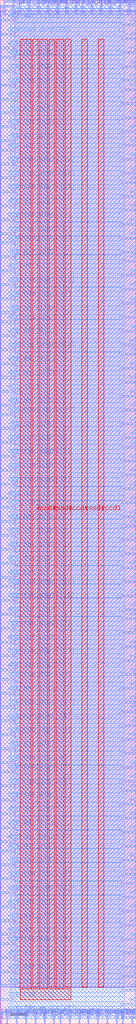
<source format=lef>
VERSION 5.7 ;
  NOWIREEXTENSIONATPIN ON ;
  DIVIDERCHAR "/" ;
  BUSBITCHARS "[]" ;
MACRO wrapped_wb_openram_shim
  CLASS BLOCK ;
  FOREIGN wrapped_wb_openram_shim ;
  ORIGIN 0.000 0.000 ;
  SIZE 40.000 BY 300.000 ;
  PIN active
    DIRECTION INPUT ;
    USE SIGNAL ;
    PORT
      LAYER met3 ;
        RECT 36.000 28.600 40.000 29.200 ;
    END
  END active
  PIN openram_addr0[0]
    DIRECTION OUTPUT TRISTATE ;
    USE SIGNAL ;
    PORT
      LAYER met3 ;
        RECT 36.000 296.520 40.000 297.120 ;
    END
  END openram_addr0[0]
  PIN openram_addr0[1]
    DIRECTION OUTPUT TRISTATE ;
    USE SIGNAL ;
    PORT
      LAYER met3 ;
        RECT 0.000 161.880 4.000 162.480 ;
    END
  END openram_addr0[1]
  PIN openram_addr0[2]
    DIRECTION OUTPUT TRISTATE ;
    USE SIGNAL ;
    PORT
      LAYER met3 ;
        RECT 0.000 38.120 4.000 38.720 ;
    END
  END openram_addr0[2]
  PIN openram_addr0[3]
    DIRECTION OUTPUT TRISTATE ;
    USE SIGNAL ;
    PORT
      LAYER met2 ;
        RECT 10.210 0.000 10.490 4.000 ;
    END
  END openram_addr0[3]
  PIN openram_addr0[4]
    DIRECTION OUTPUT TRISTATE ;
    USE SIGNAL ;
    PORT
      LAYER met3 ;
        RECT 36.000 93.880 40.000 94.480 ;
    END
  END openram_addr0[4]
  PIN openram_addr0[5]
    DIRECTION OUTPUT TRISTATE ;
    USE SIGNAL ;
    PORT
      LAYER met3 ;
        RECT 0.000 165.960 4.000 166.560 ;
    END
  END openram_addr0[5]
  PIN openram_addr0[6]
    DIRECTION OUTPUT TRISTATE ;
    USE SIGNAL ;
    PORT
      LAYER met2 ;
        RECT 34.130 0.000 34.410 4.000 ;
    END
  END openram_addr0[6]
  PIN openram_addr0[7]
    DIRECTION OUTPUT TRISTATE ;
    USE SIGNAL ;
    PORT
      LAYER met3 ;
        RECT 36.000 141.480 40.000 142.080 ;
    END
  END openram_addr0[7]
  PIN openram_clk0
    DIRECTION OUTPUT TRISTATE ;
    USE SIGNAL ;
    PORT
      LAYER met3 ;
        RECT 0.000 6.840 4.000 7.440 ;
    END
  END openram_clk0
  PIN openram_csb0
    DIRECTION OUTPUT TRISTATE ;
    USE SIGNAL ;
    PORT
      LAYER met3 ;
        RECT 36.000 164.600 40.000 165.200 ;
    END
  END openram_csb0
  PIN openram_din0[0]
    DIRECTION INPUT ;
    USE SIGNAL ;
    PORT
      LAYER met3 ;
        RECT 36.000 102.040 40.000 102.640 ;
    END
  END openram_din0[0]
  PIN openram_din0[10]
    DIRECTION INPUT ;
    USE SIGNAL ;
    PORT
      LAYER met3 ;
        RECT 0.000 235.320 4.000 235.920 ;
    END
  END openram_din0[10]
  PIN openram_din0[11]
    DIRECTION INPUT ;
    USE SIGNAL ;
    PORT
      LAYER met3 ;
        RECT 0.000 65.320 4.000 65.920 ;
    END
  END openram_din0[11]
  PIN openram_din0[12]
    DIRECTION INPUT ;
    USE SIGNAL ;
    PORT
      LAYER met3 ;
        RECT 0.000 84.360 4.000 84.960 ;
    END
  END openram_din0[12]
  PIN openram_din0[13]
    DIRECTION INPUT ;
    USE SIGNAL ;
    PORT
      LAYER met3 ;
        RECT 0.000 278.840 4.000 279.440 ;
    END
  END openram_din0[13]
  PIN openram_din0[14]
    DIRECTION INPUT ;
    USE SIGNAL ;
    PORT
      LAYER met2 ;
        RECT 28.610 0.000 28.890 4.000 ;
    END
  END openram_din0[14]
  PIN openram_din0[15]
    DIRECTION INPUT ;
    USE SIGNAL ;
    PORT
      LAYER met3 ;
        RECT 0.000 228.520 4.000 229.120 ;
    END
  END openram_din0[15]
  PIN openram_din0[16]
    DIRECTION INPUT ;
    USE SIGNAL ;
    PORT
      LAYER met3 ;
        RECT 0.000 88.440 4.000 89.040 ;
    END
  END openram_din0[16]
  PIN openram_din0[17]
    DIRECTION INPUT ;
    USE SIGNAL ;
    PORT
      LAYER met3 ;
        RECT 0.000 73.480 4.000 74.080 ;
    END
  END openram_din0[17]
  PIN openram_din0[18]
    DIRECTION INPUT ;
    USE SIGNAL ;
    PORT
      LAYER met3 ;
        RECT 36.000 59.880 40.000 60.480 ;
    END
  END openram_din0[18]
  PIN openram_din0[19]
    DIRECTION INPUT ;
    USE SIGNAL ;
    PORT
      LAYER met2 ;
        RECT 26.770 296.000 27.050 300.000 ;
    END
  END openram_din0[19]
  PIN openram_din0[1]
    DIRECTION INPUT ;
    USE SIGNAL ;
    PORT
      LAYER met3 ;
        RECT 0.000 274.760 4.000 275.360 ;
    END
  END openram_din0[1]
  PIN openram_din0[20]
    DIRECTION INPUT ;
    USE SIGNAL ;
    PORT
      LAYER met3 ;
        RECT 0.000 100.680 4.000 101.280 ;
    END
  END openram_din0[20]
  PIN openram_din0[21]
    DIRECTION INPUT ;
    USE SIGNAL ;
    PORT
      LAYER met3 ;
        RECT 36.000 168.680 40.000 169.280 ;
    END
  END openram_din0[21]
  PIN openram_din0[22]
    DIRECTION INPUT ;
    USE SIGNAL ;
    PORT
      LAYER met3 ;
        RECT 0.000 212.200 4.000 212.800 ;
    END
  END openram_din0[22]
  PIN openram_din0[23]
    DIRECTION INPUT ;
    USE SIGNAL ;
    PORT
      LAYER met3 ;
        RECT 36.000 225.800 40.000 226.400 ;
    END
  END openram_din0[23]
  PIN openram_din0[24]
    DIRECTION INPUT ;
    USE SIGNAL ;
    PORT
      LAYER met3 ;
        RECT 0.000 157.800 4.000 158.400 ;
    END
  END openram_din0[24]
  PIN openram_din0[25]
    DIRECTION INPUT ;
    USE SIGNAL ;
    PORT
      LAYER met2 ;
        RECT 24.010 296.000 24.290 300.000 ;
    END
  END openram_din0[25]
  PIN openram_din0[26]
    DIRECTION INPUT ;
    USE SIGNAL ;
    PORT
      LAYER met3 ;
        RECT 0.000 289.720 4.000 290.320 ;
    END
  END openram_din0[26]
  PIN openram_din0[27]
    DIRECTION INPUT ;
    USE SIGNAL ;
    PORT
      LAYER met3 ;
        RECT 0.000 115.640 4.000 116.240 ;
    END
  END openram_din0[27]
  PIN openram_din0[28]
    DIRECTION INPUT ;
    USE SIGNAL ;
    PORT
      LAYER met3 ;
        RECT 36.000 273.400 40.000 274.000 ;
    END
  END openram_din0[28]
  PIN openram_din0[29]
    DIRECTION INPUT ;
    USE SIGNAL ;
    PORT
      LAYER met3 ;
        RECT 36.000 253.000 40.000 253.600 ;
    END
  END openram_din0[29]
  PIN openram_din0[2]
    DIRECTION INPUT ;
    USE SIGNAL ;
    PORT
      LAYER met3 ;
        RECT 36.000 114.280 40.000 114.880 ;
    END
  END openram_din0[2]
  PIN openram_din0[30]
    DIRECTION INPUT ;
    USE SIGNAL ;
    PORT
      LAYER met3 ;
        RECT 0.000 42.200 4.000 42.800 ;
    END
  END openram_din0[30]
  PIN openram_din0[31]
    DIRECTION INPUT ;
    USE SIGNAL ;
    PORT
      LAYER met3 ;
        RECT 0.000 231.240 4.000 231.840 ;
    END
  END openram_din0[31]
  PIN openram_din0[3]
    DIRECTION INPUT ;
    USE SIGNAL ;
    PORT
      LAYER met3 ;
        RECT 36.000 257.080 40.000 257.680 ;
    END
  END openram_din0[3]
  PIN openram_din0[4]
    DIRECTION INPUT ;
    USE SIGNAL ;
    PORT
      LAYER met3 ;
        RECT 0.000 76.200 4.000 76.800 ;
    END
  END openram_din0[4]
  PIN openram_din0[5]
    DIRECTION INPUT ;
    USE SIGNAL ;
    PORT
      LAYER met3 ;
        RECT 36.000 145.560 40.000 146.160 ;
    END
  END openram_din0[5]
  PIN openram_din0[6]
    DIRECTION INPUT ;
    USE SIGNAL ;
    PORT
      LAYER met3 ;
        RECT 36.000 248.920 40.000 249.520 ;
    END
  END openram_din0[6]
  PIN openram_din0[7]
    DIRECTION INPUT ;
    USE SIGNAL ;
    PORT
      LAYER met3 ;
        RECT 36.000 175.480 40.000 176.080 ;
    END
  END openram_din0[7]
  PIN openram_din0[8]
    DIRECTION INPUT ;
    USE SIGNAL ;
    PORT
      LAYER met2 ;
        RECT 11.130 296.000 11.410 300.000 ;
    END
  END openram_din0[8]
  PIN openram_din0[9]
    DIRECTION INPUT ;
    USE SIGNAL ;
    PORT
      LAYER met2 ;
        RECT 8.370 296.000 8.650 300.000 ;
    END
  END openram_din0[9]
  PIN openram_dout0[0]
    DIRECTION OUTPUT TRISTATE ;
    USE SIGNAL ;
    PORT
      LAYER met3 ;
        RECT 36.000 280.200 40.000 280.800 ;
    END
  END openram_dout0[0]
  PIN openram_dout0[10]
    DIRECTION OUTPUT TRISTATE ;
    USE SIGNAL ;
    PORT
      LAYER met3 ;
        RECT 0.000 123.800 4.000 124.400 ;
    END
  END openram_dout0[10]
  PIN openram_dout0[11]
    DIRECTION OUTPUT TRISTATE ;
    USE SIGNAL ;
    PORT
      LAYER met3 ;
        RECT 0.000 216.280 4.000 216.880 ;
    END
  END openram_dout0[11]
  PIN openram_dout0[12]
    DIRECTION OUTPUT TRISTATE ;
    USE SIGNAL ;
    PORT
      LAYER met3 ;
        RECT 36.000 13.640 40.000 14.240 ;
    END
  END openram_dout0[12]
  PIN openram_dout0[13]
    DIRECTION OUTPUT TRISTATE ;
    USE SIGNAL ;
    PORT
      LAYER met3 ;
        RECT 36.000 292.440 40.000 293.040 ;
    END
  END openram_dout0[13]
  PIN openram_dout0[14]
    DIRECTION OUTPUT TRISTATE ;
    USE SIGNAL ;
    PORT
      LAYER met3 ;
        RECT 0.000 107.480 4.000 108.080 ;
    END
  END openram_dout0[14]
  PIN openram_dout0[15]
    DIRECTION OUTPUT TRISTATE ;
    USE SIGNAL ;
    PORT
      LAYER met3 ;
        RECT 0.000 2.760 4.000 3.360 ;
    END
  END openram_dout0[15]
  PIN openram_dout0[16]
    DIRECTION OUTPUT TRISTATE ;
    USE SIGNAL ;
    PORT
      LAYER met2 ;
        RECT 20.330 0.000 20.610 4.000 ;
    END
  END openram_dout0[16]
  PIN openram_dout0[17]
    DIRECTION OUTPUT TRISTATE ;
    USE SIGNAL ;
    PORT
      LAYER met3 ;
        RECT 36.000 219.000 40.000 219.600 ;
    END
  END openram_dout0[17]
  PIN openram_dout0[18]
    DIRECTION OUTPUT TRISTATE ;
    USE SIGNAL ;
    PORT
      LAYER met3 ;
        RECT 36.000 148.280 40.000 148.880 ;
    END
  END openram_dout0[18]
  PIN openram_dout0[19]
    DIRECTION OUTPUT TRISTATE ;
    USE SIGNAL ;
    PORT
      LAYER met3 ;
        RECT 0.000 251.640 4.000 252.240 ;
    END
  END openram_dout0[19]
  PIN openram_dout0[1]
    DIRECTION OUTPUT TRISTATE ;
    USE SIGNAL ;
    PORT
      LAYER met2 ;
        RECT 38.730 0.000 39.010 4.000 ;
    END
  END openram_dout0[1]
  PIN openram_dout0[20]
    DIRECTION OUTPUT TRISTATE ;
    USE SIGNAL ;
    PORT
      LAYER met3 ;
        RECT 36.000 55.800 40.000 56.400 ;
    END
  END openram_dout0[20]
  PIN openram_dout0[21]
    DIRECTION OUTPUT TRISTATE ;
    USE SIGNAL ;
    PORT
      LAYER met3 ;
        RECT 0.000 178.200 4.000 178.800 ;
    END
  END openram_dout0[21]
  PIN openram_dout0[22]
    DIRECTION OUTPUT TRISTATE ;
    USE SIGNAL ;
    PORT
      LAYER met3 ;
        RECT 36.000 276.120 40.000 276.720 ;
    END
  END openram_dout0[22]
  PIN openram_dout0[23]
    DIRECTION OUTPUT TRISTATE ;
    USE SIGNAL ;
    PORT
      LAYER met3 ;
        RECT 36.000 202.680 40.000 203.280 ;
    END
  END openram_dout0[23]
  PIN openram_dout0[24]
    DIRECTION OUTPUT TRISTATE ;
    USE SIGNAL ;
    PORT
      LAYER met3 ;
        RECT 0.000 243.480 4.000 244.080 ;
    END
  END openram_dout0[24]
  PIN openram_dout0[25]
    DIRECTION OUTPUT TRISTATE ;
    USE SIGNAL ;
    PORT
      LAYER met3 ;
        RECT 36.000 74.840 40.000 75.440 ;
    END
  END openram_dout0[25]
  PIN openram_dout0[26]
    DIRECTION OUTPUT TRISTATE ;
    USE SIGNAL ;
    PORT
      LAYER met2 ;
        RECT 13.890 296.000 14.170 300.000 ;
    END
  END openram_dout0[26]
  PIN openram_dout0[27]
    DIRECTION OUTPUT TRISTATE ;
    USE SIGNAL ;
    PORT
      LAYER met3 ;
        RECT 0.000 92.520 4.000 93.120 ;
    END
  END openram_dout0[27]
  PIN openram_dout0[28]
    DIRECTION OUTPUT TRISTATE ;
    USE SIGNAL ;
    PORT
      LAYER met2 ;
        RECT 32.290 296.000 32.570 300.000 ;
    END
  END openram_dout0[28]
  PIN openram_dout0[29]
    DIRECTION OUTPUT TRISTATE ;
    USE SIGNAL ;
    PORT
      LAYER met3 ;
        RECT 36.000 125.160 40.000 125.760 ;
    END
  END openram_dout0[29]
  PIN openram_dout0[2]
    DIRECTION OUTPUT TRISTATE ;
    USE SIGNAL ;
    PORT
      LAYER met2 ;
        RECT 29.530 296.000 29.810 300.000 ;
    END
  END openram_dout0[2]
  PIN openram_dout0[30]
    DIRECTION OUTPUT TRISTATE ;
    USE SIGNAL ;
    PORT
      LAYER met3 ;
        RECT 36.000 156.440 40.000 157.040 ;
    END
  END openram_dout0[30]
  PIN openram_dout0[31]
    DIRECTION OUTPUT TRISTATE ;
    USE SIGNAL ;
    PORT
      LAYER met3 ;
        RECT 36.000 24.520 40.000 25.120 ;
    END
  END openram_dout0[31]
  PIN openram_dout0[3]
    DIRECTION OUTPUT TRISTATE ;
    USE SIGNAL ;
    PORT
      LAYER met3 ;
        RECT 36.000 195.880 40.000 196.480 ;
    END
  END openram_dout0[3]
  PIN openram_dout0[4]
    DIRECTION OUTPUT TRISTATE ;
    USE SIGNAL ;
    PORT
      LAYER met2 ;
        RECT 19.410 296.000 19.690 300.000 ;
    END
  END openram_dout0[4]
  PIN openram_dout0[5]
    DIRECTION OUTPUT TRISTATE ;
    USE SIGNAL ;
    PORT
      LAYER met3 ;
        RECT 36.000 78.920 40.000 79.520 ;
    END
  END openram_dout0[5]
  PIN openram_dout0[6]
    DIRECTION OUTPUT TRISTATE ;
    USE SIGNAL ;
    PORT
      LAYER met2 ;
        RECT 35.970 0.000 36.250 4.000 ;
    END
  END openram_dout0[6]
  PIN openram_dout0[7]
    DIRECTION OUTPUT TRISTATE ;
    USE SIGNAL ;
    PORT
      LAYER met3 ;
        RECT 0.000 23.160 4.000 23.760 ;
    END
  END openram_dout0[7]
  PIN openram_dout0[8]
    DIRECTION OUTPUT TRISTATE ;
    USE SIGNAL ;
    PORT
      LAYER met3 ;
        RECT 0.000 170.040 4.000 170.640 ;
    END
  END openram_dout0[8]
  PIN openram_dout0[9]
    DIRECTION OUTPUT TRISTATE ;
    USE SIGNAL ;
    PORT
      LAYER met3 ;
        RECT 0.000 69.400 4.000 70.000 ;
    END
  END openram_dout0[9]
  PIN openram_web0
    DIRECTION OUTPUT TRISTATE ;
    USE SIGNAL ;
    PORT
      LAYER met3 ;
        RECT 36.000 210.840 40.000 211.440 ;
    END
  END openram_web0
  PIN openram_wmask0[0]
    DIRECTION OUTPUT TRISTATE ;
    USE SIGNAL ;
    PORT
      LAYER met3 ;
        RECT 0.000 247.560 4.000 248.160 ;
    END
  END openram_wmask0[0]
  PIN openram_wmask0[1]
    DIRECTION OUTPUT TRISTATE ;
    USE SIGNAL ;
    PORT
      LAYER met3 ;
        RECT 0.000 127.880 4.000 128.480 ;
    END
  END openram_wmask0[1]
  PIN openram_wmask0[2]
    DIRECTION OUTPUT TRISTATE ;
    USE SIGNAL ;
    PORT
      LAYER met3 ;
        RECT 0.000 197.240 4.000 197.840 ;
    END
  END openram_wmask0[2]
  PIN openram_wmask0[3]
    DIRECTION OUTPUT TRISTATE ;
    USE SIGNAL ;
    PORT
      LAYER met3 ;
        RECT 36.000 265.240 40.000 265.840 ;
    END
  END openram_wmask0[3]
  PIN vccd1
    DIRECTION INPUT ;
    USE POWER ;
    PORT
      LAYER met4 ;
        RECT 9.545 10.640 11.145 288.560 ;
    END
    PORT
      LAYER met4 ;
        RECT 19.195 10.640 20.795 288.560 ;
    END
    PORT
      LAYER met4 ;
        RECT 28.850 10.640 30.450 288.560 ;
    END
  END vccd1
  PIN vssd1
    DIRECTION INPUT ;
    USE GROUND ;
    PORT
      LAYER met4 ;
        RECT 14.370 10.640 15.970 288.560 ;
    END
    PORT
      LAYER met4 ;
        RECT 24.025 10.640 25.625 288.560 ;
    END
  END vssd1
  PIN wb_clk_i
    DIRECTION INPUT ;
    USE SIGNAL ;
    PORT
      LAYER met3 ;
        RECT 0.000 185.000 4.000 185.600 ;
    END
  END wb_clk_i
  PIN wb_rst_i
    DIRECTION INPUT ;
    USE SIGNAL ;
    PORT
      LAYER met3 ;
        RECT 0.000 220.360 4.000 220.960 ;
    END
  END wb_rst_i
  PIN wbs_ack_o
    DIRECTION OUTPUT TRISTATE ;
    USE SIGNAL ;
    PORT
      LAYER met3 ;
        RECT 36.000 83.000 40.000 83.600 ;
    END
  END wbs_ack_o
  PIN wbs_adr_i[0]
    DIRECTION INPUT ;
    USE SIGNAL ;
    PORT
      LAYER met3 ;
        RECT 0.000 270.680 4.000 271.280 ;
    END
  END wbs_adr_i[0]
  PIN wbs_adr_i[10]
    DIRECTION INPUT ;
    USE SIGNAL ;
    PORT
      LAYER met2 ;
        RECT 37.810 296.000 38.090 300.000 ;
    END
  END wbs_adr_i[10]
  PIN wbs_adr_i[11]
    DIRECTION INPUT ;
    USE SIGNAL ;
    PORT
      LAYER met3 ;
        RECT 0.000 96.600 4.000 97.200 ;
    END
  END wbs_adr_i[11]
  PIN wbs_adr_i[12]
    DIRECTION INPUT ;
    USE SIGNAL ;
    PORT
      LAYER met2 ;
        RECT 4.690 0.000 4.970 4.000 ;
    END
  END wbs_adr_i[12]
  PIN wbs_adr_i[13]
    DIRECTION INPUT ;
    USE SIGNAL ;
    PORT
      LAYER met3 ;
        RECT 36.000 1.400 40.000 2.000 ;
    END
  END wbs_adr_i[13]
  PIN wbs_adr_i[14]
    DIRECTION INPUT ;
    USE SIGNAL ;
    PORT
      LAYER met3 ;
        RECT 0.000 208.120 4.000 208.720 ;
    END
  END wbs_adr_i[14]
  PIN wbs_adr_i[15]
    DIRECTION INPUT ;
    USE SIGNAL ;
    PORT
      LAYER met3 ;
        RECT 36.000 129.240 40.000 129.840 ;
    END
  END wbs_adr_i[15]
  PIN wbs_adr_i[16]
    DIRECTION INPUT ;
    USE SIGNAL ;
    PORT
      LAYER met3 ;
        RECT 36.000 9.560 40.000 10.160 ;
    END
  END wbs_adr_i[16]
  PIN wbs_adr_i[17]
    DIRECTION INPUT ;
    USE SIGNAL ;
    PORT
      LAYER met3 ;
        RECT 0.000 25.880 4.000 26.480 ;
    END
  END wbs_adr_i[17]
  PIN wbs_adr_i[18]
    DIRECTION INPUT ;
    USE SIGNAL ;
    PORT
      LAYER met3 ;
        RECT 36.000 91.160 40.000 91.760 ;
    END
  END wbs_adr_i[18]
  PIN wbs_adr_i[19]
    DIRECTION INPUT ;
    USE SIGNAL ;
    PORT
      LAYER met3 ;
        RECT 36.000 51.720 40.000 52.320 ;
    END
  END wbs_adr_i[19]
  PIN wbs_adr_i[1]
    DIRECTION INPUT ;
    USE SIGNAL ;
    PORT
      LAYER met3 ;
        RECT 36.000 214.920 40.000 215.520 ;
    END
  END wbs_adr_i[1]
  PIN wbs_adr_i[20]
    DIRECTION INPUT ;
    USE SIGNAL ;
    PORT
      LAYER met3 ;
        RECT 36.000 183.640 40.000 184.240 ;
    END
  END wbs_adr_i[20]
  PIN wbs_adr_i[21]
    DIRECTION INPUT ;
    USE SIGNAL ;
    PORT
      LAYER met2 ;
        RECT 22.170 296.000 22.450 300.000 ;
    END
  END wbs_adr_i[21]
  PIN wbs_adr_i[22]
    DIRECTION INPUT ;
    USE SIGNAL ;
    PORT
      LAYER met3 ;
        RECT 0.000 293.800 4.000 294.400 ;
    END
  END wbs_adr_i[22]
  PIN wbs_adr_i[23]
    DIRECTION INPUT ;
    USE SIGNAL ;
    PORT
      LAYER met3 ;
        RECT 36.000 87.080 40.000 87.680 ;
    END
  END wbs_adr_i[23]
  PIN wbs_adr_i[24]
    DIRECTION INPUT ;
    USE SIGNAL ;
    PORT
      LAYER met3 ;
        RECT 36.000 288.360 40.000 288.960 ;
    END
  END wbs_adr_i[24]
  PIN wbs_adr_i[25]
    DIRECTION INPUT ;
    USE SIGNAL ;
    PORT
      LAYER met3 ;
        RECT 0.000 10.920 4.000 11.520 ;
    END
  END wbs_adr_i[25]
  PIN wbs_adr_i[26]
    DIRECTION INPUT ;
    USE SIGNAL ;
    PORT
      LAYER met3 ;
        RECT 0.000 57.160 4.000 57.760 ;
    END
  END wbs_adr_i[26]
  PIN wbs_adr_i[27]
    DIRECTION INPUT ;
    USE SIGNAL ;
    PORT
      LAYER met3 ;
        RECT 0.000 239.400 4.000 240.000 ;
    END
  END wbs_adr_i[27]
  PIN wbs_adr_i[28]
    DIRECTION INPUT ;
    USE SIGNAL ;
    PORT
      LAYER met3 ;
        RECT 0.000 180.920 4.000 181.520 ;
    END
  END wbs_adr_i[28]
  PIN wbs_adr_i[29]
    DIRECTION INPUT ;
    USE SIGNAL ;
    PORT
      LAYER met3 ;
        RECT 0.000 142.840 4.000 143.440 ;
    END
  END wbs_adr_i[29]
  PIN wbs_adr_i[2]
    DIRECTION INPUT ;
    USE SIGNAL ;
    PORT
      LAYER met3 ;
        RECT 0.000 193.160 4.000 193.760 ;
    END
  END wbs_adr_i[2]
  PIN wbs_adr_i[30]
    DIRECTION INPUT ;
    USE SIGNAL ;
    PORT
      LAYER met3 ;
        RECT 36.000 223.080 40.000 223.680 ;
    END
  END wbs_adr_i[30]
  PIN wbs_adr_i[31]
    DIRECTION INPUT ;
    USE SIGNAL ;
    PORT
      LAYER met3 ;
        RECT 36.000 121.080 40.000 121.680 ;
    END
  END wbs_adr_i[31]
  PIN wbs_adr_i[3]
    DIRECTION INPUT ;
    USE SIGNAL ;
    PORT
      LAYER met3 ;
        RECT 0.000 19.080 4.000 19.680 ;
    END
  END wbs_adr_i[3]
  PIN wbs_adr_i[4]
    DIRECTION INPUT ;
    USE SIGNAL ;
    PORT
      LAYER met3 ;
        RECT 36.000 229.880 40.000 230.480 ;
    END
  END wbs_adr_i[4]
  PIN wbs_adr_i[5]
    DIRECTION INPUT ;
    USE SIGNAL ;
    PORT
      LAYER met3 ;
        RECT 36.000 36.760 40.000 37.360 ;
    END
  END wbs_adr_i[5]
  PIN wbs_adr_i[6]
    DIRECTION INPUT ;
    USE SIGNAL ;
    PORT
      LAYER met3 ;
        RECT 0.000 50.360 4.000 50.960 ;
    END
  END wbs_adr_i[6]
  PIN wbs_adr_i[7]
    DIRECTION INPUT ;
    USE SIGNAL ;
    PORT
      LAYER met3 ;
        RECT 0.000 255.720 4.000 256.320 ;
    END
  END wbs_adr_i[7]
  PIN wbs_adr_i[8]
    DIRECTION INPUT ;
    USE SIGNAL ;
    PORT
      LAYER met3 ;
        RECT 36.000 70.760 40.000 71.360 ;
    END
  END wbs_adr_i[8]
  PIN wbs_adr_i[9]
    DIRECTION INPUT ;
    USE SIGNAL ;
    PORT
      LAYER met3 ;
        RECT 36.000 110.200 40.000 110.800 ;
    END
  END wbs_adr_i[9]
  PIN wbs_cyc_i
    DIRECTION INPUT ;
    USE SIGNAL ;
    PORT
      LAYER met3 ;
        RECT 0.000 130.600 4.000 131.200 ;
    END
  END wbs_cyc_i
  PIN wbs_dat_i[0]
    DIRECTION INPUT ;
    USE SIGNAL ;
    PORT
      LAYER met3 ;
        RECT 36.000 191.800 40.000 192.400 ;
    END
  END wbs_dat_i[0]
  PIN wbs_dat_i[10]
    DIRECTION INPUT ;
    USE SIGNAL ;
    PORT
      LAYER met3 ;
        RECT 0.000 258.440 4.000 259.040 ;
    END
  END wbs_dat_i[10]
  PIN wbs_dat_i[11]
    DIRECTION INPUT ;
    USE SIGNAL ;
    PORT
      LAYER met3 ;
        RECT 0.000 285.640 4.000 286.240 ;
    END
  END wbs_dat_i[11]
  PIN wbs_dat_i[12]
    DIRECTION INPUT ;
    USE SIGNAL ;
    PORT
      LAYER met3 ;
        RECT 0.000 282.920 4.000 283.520 ;
    END
  END wbs_dat_i[12]
  PIN wbs_dat_i[13]
    DIRECTION INPUT ;
    USE SIGNAL ;
    PORT
      LAYER met3 ;
        RECT 0.000 138.760 4.000 139.360 ;
    END
  END wbs_dat_i[13]
  PIN wbs_dat_i[14]
    DIRECTION INPUT ;
    USE SIGNAL ;
    PORT
      LAYER met2 ;
        RECT 17.570 0.000 17.850 4.000 ;
    END
  END wbs_dat_i[14]
  PIN wbs_dat_i[15]
    DIRECTION INPUT ;
    USE SIGNAL ;
    PORT
      LAYER met3 ;
        RECT 36.000 152.360 40.000 152.960 ;
    END
  END wbs_dat_i[15]
  PIN wbs_dat_i[16]
    DIRECTION INPUT ;
    USE SIGNAL ;
    PORT
      LAYER met3 ;
        RECT 36.000 20.440 40.000 21.040 ;
    END
  END wbs_dat_i[16]
  PIN wbs_dat_i[17]
    DIRECTION INPUT ;
    USE SIGNAL ;
    PORT
      LAYER met3 ;
        RECT 36.000 269.320 40.000 269.920 ;
    END
  END wbs_dat_i[17]
  PIN wbs_dat_i[18]
    DIRECTION INPUT ;
    USE SIGNAL ;
    PORT
      LAYER met3 ;
        RECT 36.000 233.960 40.000 234.560 ;
    END
  END wbs_dat_i[18]
  PIN wbs_dat_i[19]
    DIRECTION INPUT ;
    USE SIGNAL ;
    PORT
      LAYER met3 ;
        RECT 0.000 297.880 4.000 298.480 ;
    END
  END wbs_dat_i[19]
  PIN wbs_dat_i[1]
    DIRECTION INPUT ;
    USE SIGNAL ;
    PORT
      LAYER met2 ;
        RECT 12.970 0.000 13.250 4.000 ;
    END
  END wbs_dat_i[1]
  PIN wbs_dat_i[20]
    DIRECTION INPUT ;
    USE SIGNAL ;
    PORT
      LAYER met3 ;
        RECT 36.000 171.400 40.000 172.000 ;
    END
  END wbs_dat_i[20]
  PIN wbs_dat_i[21]
    DIRECTION INPUT ;
    USE SIGNAL ;
    PORT
      LAYER met3 ;
        RECT 0.000 153.720 4.000 154.320 ;
    END
  END wbs_dat_i[21]
  PIN wbs_dat_i[22]
    DIRECTION INPUT ;
    USE SIGNAL ;
    PORT
      LAYER met3 ;
        RECT 0.000 224.440 4.000 225.040 ;
    END
  END wbs_dat_i[22]
  PIN wbs_dat_i[23]
    DIRECTION INPUT ;
    USE SIGNAL ;
    PORT
      LAYER met3 ;
        RECT 36.000 198.600 40.000 199.200 ;
    END
  END wbs_dat_i[23]
  PIN wbs_dat_i[24]
    DIRECTION INPUT ;
    USE SIGNAL ;
    PORT
      LAYER met3 ;
        RECT 36.000 133.320 40.000 133.920 ;
    END
  END wbs_dat_i[24]
  PIN wbs_dat_i[25]
    DIRECTION INPUT ;
    USE SIGNAL ;
    PORT
      LAYER met3 ;
        RECT 36.000 40.840 40.000 41.440 ;
    END
  END wbs_dat_i[25]
  PIN wbs_dat_i[26]
    DIRECTION INPUT ;
    USE SIGNAL ;
    PORT
      LAYER met3 ;
        RECT 36.000 261.160 40.000 261.760 ;
    END
  END wbs_dat_i[26]
  PIN wbs_dat_i[27]
    DIRECTION INPUT ;
    USE SIGNAL ;
    PORT
      LAYER met3 ;
        RECT 0.000 29.960 4.000 30.560 ;
    END
  END wbs_dat_i[27]
  PIN wbs_dat_i[28]
    DIRECTION INPUT ;
    USE SIGNAL ;
    PORT
      LAYER met2 ;
        RECT 31.370 0.000 31.650 4.000 ;
    END
  END wbs_dat_i[28]
  PIN wbs_dat_i[29]
    DIRECTION INPUT ;
    USE SIGNAL ;
    PORT
      LAYER met3 ;
        RECT 36.000 179.560 40.000 180.160 ;
    END
  END wbs_dat_i[29]
  PIN wbs_dat_i[2]
    DIRECTION INPUT ;
    USE SIGNAL ;
    PORT
      LAYER met3 ;
        RECT 36.000 63.960 40.000 64.560 ;
    END
  END wbs_dat_i[2]
  PIN wbs_dat_i[30]
    DIRECTION INPUT ;
    USE SIGNAL ;
    PORT
      LAYER met3 ;
        RECT 36.000 137.400 40.000 138.000 ;
    END
  END wbs_dat_i[30]
  PIN wbs_dat_i[31]
    DIRECTION INPUT ;
    USE SIGNAL ;
    PORT
      LAYER met3 ;
        RECT 0.000 189.080 4.000 189.680 ;
    END
  END wbs_dat_i[31]
  PIN wbs_dat_i[3]
    DIRECTION INPUT ;
    USE SIGNAL ;
    PORT
      LAYER met3 ;
        RECT 36.000 97.960 40.000 98.560 ;
    END
  END wbs_dat_i[3]
  PIN wbs_dat_i[4]
    DIRECTION INPUT ;
    USE SIGNAL ;
    PORT
      LAYER met2 ;
        RECT 15.730 0.000 16.010 4.000 ;
    END
  END wbs_dat_i[4]
  PIN wbs_dat_i[5]
    DIRECTION INPUT ;
    USE SIGNAL ;
    PORT
      LAYER met3 ;
        RECT 36.000 16.360 40.000 16.960 ;
    END
  END wbs_dat_i[5]
  PIN wbs_dat_i[6]
    DIRECTION INPUT ;
    USE SIGNAL ;
    PORT
      LAYER met3 ;
        RECT 0.000 61.240 4.000 61.840 ;
    END
  END wbs_dat_i[6]
  PIN wbs_dat_i[7]
    DIRECTION INPUT ;
    USE SIGNAL ;
    PORT
      LAYER met3 ;
        RECT 36.000 284.280 40.000 284.880 ;
    END
  END wbs_dat_i[7]
  PIN wbs_dat_i[8]
    DIRECTION INPUT ;
    USE SIGNAL ;
    PORT
      LAYER met3 ;
        RECT 36.000 238.040 40.000 238.640 ;
    END
  END wbs_dat_i[8]
  PIN wbs_dat_i[9]
    DIRECTION INPUT ;
    USE SIGNAL ;
    PORT
      LAYER met3 ;
        RECT 36.000 106.120 40.000 106.720 ;
    END
  END wbs_dat_i[9]
  PIN wbs_dat_o[0]
    DIRECTION OUTPUT TRISTATE ;
    USE SIGNAL ;
    PORT
      LAYER met3 ;
        RECT 0.000 80.280 4.000 80.880 ;
    END
  END wbs_dat_o[0]
  PIN wbs_dat_o[10]
    DIRECTION OUTPUT TRISTATE ;
    USE SIGNAL ;
    PORT
      LAYER met3 ;
        RECT 36.000 187.720 40.000 188.320 ;
    END
  END wbs_dat_o[10]
  PIN wbs_dat_o[11]
    DIRECTION OUTPUT TRISTATE ;
    USE SIGNAL ;
    PORT
      LAYER met2 ;
        RECT 1.930 0.000 2.210 4.000 ;
    END
  END wbs_dat_o[11]
  PIN wbs_dat_o[12]
    DIRECTION OUTPUT TRISTATE ;
    USE SIGNAL ;
    PORT
      LAYER met3 ;
        RECT 0.000 53.080 4.000 53.680 ;
    END
  END wbs_dat_o[12]
  PIN wbs_dat_o[13]
    DIRECTION OUTPUT TRISTATE ;
    USE SIGNAL ;
    PORT
      LAYER met2 ;
        RECT 39.650 296.000 39.930 300.000 ;
    END
  END wbs_dat_o[13]
  PIN wbs_dat_o[14]
    DIRECTION OUTPUT TRISTATE ;
    USE SIGNAL ;
    PORT
      LAYER met3 ;
        RECT 36.000 118.360 40.000 118.960 ;
    END
  END wbs_dat_o[14]
  PIN wbs_dat_o[15]
    DIRECTION OUTPUT TRISTATE ;
    USE SIGNAL ;
    PORT
      LAYER met2 ;
        RECT 35.050 296.000 35.330 300.000 ;
    END
  END wbs_dat_o[15]
  PIN wbs_dat_o[16]
    DIRECTION OUTPUT TRISTATE ;
    USE SIGNAL ;
    PORT
      LAYER met3 ;
        RECT 0.000 111.560 4.000 112.160 ;
    END
  END wbs_dat_o[16]
  PIN wbs_dat_o[17]
    DIRECTION OUTPUT TRISTATE ;
    USE SIGNAL ;
    PORT
      LAYER met3 ;
        RECT 0.000 119.720 4.000 120.320 ;
    END
  END wbs_dat_o[17]
  PIN wbs_dat_o[18]
    DIRECTION OUTPUT TRISTATE ;
    USE SIGNAL ;
    PORT
      LAYER met3 ;
        RECT 36.000 47.640 40.000 48.240 ;
    END
  END wbs_dat_o[18]
  PIN wbs_dat_o[19]
    DIRECTION OUTPUT TRISTATE ;
    USE SIGNAL ;
    PORT
      LAYER met2 ;
        RECT 0.090 0.000 0.370 4.000 ;
    END
  END wbs_dat_o[19]
  PIN wbs_dat_o[1]
    DIRECTION OUTPUT TRISTATE ;
    USE SIGNAL ;
    PORT
      LAYER met3 ;
        RECT 0.000 15.000 4.000 15.600 ;
    END
  END wbs_dat_o[1]
  PIN wbs_dat_o[20]
    DIRECTION OUTPUT TRISTATE ;
    USE SIGNAL ;
    PORT
      LAYER met3 ;
        RECT 0.000 134.680 4.000 135.280 ;
    END
  END wbs_dat_o[20]
  PIN wbs_dat_o[21]
    DIRECTION OUTPUT TRISTATE ;
    USE SIGNAL ;
    PORT
      LAYER met3 ;
        RECT 0.000 201.320 4.000 201.920 ;
    END
  END wbs_dat_o[21]
  PIN wbs_dat_o[22]
    DIRECTION OUTPUT TRISTATE ;
    USE SIGNAL ;
    PORT
      LAYER met3 ;
        RECT 0.000 266.600 4.000 267.200 ;
    END
  END wbs_dat_o[22]
  PIN wbs_dat_o[23]
    DIRECTION OUTPUT TRISTATE ;
    USE SIGNAL ;
    PORT
      LAYER met3 ;
        RECT 0.000 103.400 4.000 104.000 ;
    END
  END wbs_dat_o[23]
  PIN wbs_dat_o[24]
    DIRECTION OUTPUT TRISTATE ;
    USE SIGNAL ;
    PORT
      LAYER met2 ;
        RECT 23.090 0.000 23.370 4.000 ;
    END
  END wbs_dat_o[24]
  PIN wbs_dat_o[25]
    DIRECTION OUTPUT TRISTATE ;
    USE SIGNAL ;
    PORT
      LAYER met2 ;
        RECT 7.450 0.000 7.730 4.000 ;
    END
  END wbs_dat_o[25]
  PIN wbs_dat_o[26]
    DIRECTION OUTPUT TRISTATE ;
    USE SIGNAL ;
    PORT
      LAYER met2 ;
        RECT 1.010 296.000 1.290 300.000 ;
    END
  END wbs_dat_o[26]
  PIN wbs_dat_o[27]
    DIRECTION OUTPUT TRISTATE ;
    USE SIGNAL ;
    PORT
      LAYER met3 ;
        RECT 0.000 262.520 4.000 263.120 ;
    END
  END wbs_dat_o[27]
  PIN wbs_dat_o[28]
    DIRECTION OUTPUT TRISTATE ;
    USE SIGNAL ;
    PORT
      LAYER met3 ;
        RECT 36.000 32.680 40.000 33.280 ;
    END
  END wbs_dat_o[28]
  PIN wbs_dat_o[29]
    DIRECTION OUTPUT TRISTATE ;
    USE SIGNAL ;
    PORT
      LAYER met2 ;
        RECT 16.650 296.000 16.930 300.000 ;
    END
  END wbs_dat_o[29]
  PIN wbs_dat_o[2]
    DIRECTION OUTPUT TRISTATE ;
    USE SIGNAL ;
    PORT
      LAYER met3 ;
        RECT 36.000 160.520 40.000 161.120 ;
    END
  END wbs_dat_o[2]
  PIN wbs_dat_o[30]
    DIRECTION OUTPUT TRISTATE ;
    USE SIGNAL ;
    PORT
      LAYER met3 ;
        RECT 0.000 146.920 4.000 147.520 ;
    END
  END wbs_dat_o[30]
  PIN wbs_dat_o[31]
    DIRECTION OUTPUT TRISTATE ;
    USE SIGNAL ;
    PORT
      LAYER met3 ;
        RECT 36.000 246.200 40.000 246.800 ;
    END
  END wbs_dat_o[31]
  PIN wbs_dat_o[3]
    DIRECTION OUTPUT TRISTATE ;
    USE SIGNAL ;
    PORT
      LAYER met2 ;
        RECT 25.850 0.000 26.130 4.000 ;
    END
  END wbs_dat_o[3]
  PIN wbs_dat_o[4]
    DIRECTION OUTPUT TRISTATE ;
    USE SIGNAL ;
    PORT
      LAYER met3 ;
        RECT 36.000 5.480 40.000 6.080 ;
    END
  END wbs_dat_o[4]
  PIN wbs_dat_o[5]
    DIRECTION OUTPUT TRISTATE ;
    USE SIGNAL ;
    PORT
      LAYER met3 ;
        RECT 0.000 34.040 4.000 34.640 ;
    END
  END wbs_dat_o[5]
  PIN wbs_dat_o[6]
    DIRECTION OUTPUT TRISTATE ;
    USE SIGNAL ;
    PORT
      LAYER met3 ;
        RECT 36.000 242.120 40.000 242.720 ;
    END
  END wbs_dat_o[6]
  PIN wbs_dat_o[7]
    DIRECTION OUTPUT TRISTATE ;
    USE SIGNAL ;
    PORT
      LAYER met3 ;
        RECT 36.000 43.560 40.000 44.160 ;
    END
  END wbs_dat_o[7]
  PIN wbs_dat_o[8]
    DIRECTION OUTPUT TRISTATE ;
    USE SIGNAL ;
    PORT
      LAYER met2 ;
        RECT 5.610 296.000 5.890 300.000 ;
    END
  END wbs_dat_o[8]
  PIN wbs_dat_o[9]
    DIRECTION OUTPUT TRISTATE ;
    USE SIGNAL ;
    PORT
      LAYER met2 ;
        RECT 3.770 296.000 4.050 300.000 ;
    END
  END wbs_dat_o[9]
  PIN wbs_sel_i[0]
    DIRECTION INPUT ;
    USE SIGNAL ;
    PORT
      LAYER met3 ;
        RECT 0.000 174.120 4.000 174.720 ;
    END
  END wbs_sel_i[0]
  PIN wbs_sel_i[1]
    DIRECTION INPUT ;
    USE SIGNAL ;
    PORT
      LAYER met3 ;
        RECT 0.000 205.400 4.000 206.000 ;
    END
  END wbs_sel_i[1]
  PIN wbs_sel_i[2]
    DIRECTION INPUT ;
    USE SIGNAL ;
    PORT
      LAYER met3 ;
        RECT 36.000 68.040 40.000 68.640 ;
    END
  END wbs_sel_i[2]
  PIN wbs_sel_i[3]
    DIRECTION INPUT ;
    USE SIGNAL ;
    PORT
      LAYER met3 ;
        RECT 0.000 46.280 4.000 46.880 ;
    END
  END wbs_sel_i[3]
  PIN wbs_stb_i
    DIRECTION INPUT ;
    USE SIGNAL ;
    PORT
      LAYER met3 ;
        RECT 0.000 151.000 4.000 151.600 ;
    END
  END wbs_stb_i
  PIN wbs_we_i
    DIRECTION INPUT ;
    USE SIGNAL ;
    PORT
      LAYER met3 ;
        RECT 36.000 206.760 40.000 207.360 ;
    END
  END wbs_we_i
  OBS
      LAYER li1 ;
        RECT 4.285 10.795 39.875 296.735 ;
      LAYER met1 ;
        RECT 0.070 10.640 39.950 296.780 ;
      LAYER met2 ;
        RECT 0.100 295.720 0.730 298.365 ;
        RECT 1.570 295.720 3.490 298.365 ;
        RECT 4.330 295.720 5.330 298.365 ;
        RECT 6.170 295.720 8.090 298.365 ;
        RECT 8.930 295.720 10.850 298.365 ;
        RECT 11.690 295.720 13.610 298.365 ;
        RECT 14.450 295.720 16.370 298.365 ;
        RECT 17.210 295.720 19.130 298.365 ;
        RECT 19.970 295.720 21.890 298.365 ;
        RECT 22.730 295.720 23.730 298.365 ;
        RECT 24.570 295.720 26.490 298.365 ;
        RECT 27.330 295.720 29.250 298.365 ;
        RECT 30.090 295.720 32.010 298.365 ;
        RECT 32.850 295.720 34.770 298.365 ;
        RECT 35.610 295.720 37.530 298.365 ;
        RECT 38.370 295.720 39.370 298.365 ;
        RECT 0.100 4.280 39.920 295.720 ;
        RECT 0.650 1.515 1.650 4.280 ;
        RECT 2.490 1.515 4.410 4.280 ;
        RECT 5.250 1.515 7.170 4.280 ;
        RECT 8.010 1.515 9.930 4.280 ;
        RECT 10.770 1.515 12.690 4.280 ;
        RECT 13.530 1.515 15.450 4.280 ;
        RECT 16.290 1.515 17.290 4.280 ;
        RECT 18.130 1.515 20.050 4.280 ;
        RECT 20.890 1.515 22.810 4.280 ;
        RECT 23.650 1.515 25.570 4.280 ;
        RECT 26.410 1.515 28.330 4.280 ;
        RECT 29.170 1.515 31.090 4.280 ;
        RECT 31.930 1.515 33.850 4.280 ;
        RECT 34.690 1.515 35.690 4.280 ;
        RECT 36.530 1.515 38.450 4.280 ;
        RECT 39.290 1.515 39.920 4.280 ;
      LAYER met3 ;
        RECT 4.400 297.520 36.490 298.345 ;
        RECT 4.400 297.480 35.600 297.520 ;
        RECT 3.070 296.120 35.600 297.480 ;
        RECT 3.070 294.800 36.490 296.120 ;
        RECT 4.400 293.440 36.490 294.800 ;
        RECT 4.400 293.400 35.600 293.440 ;
        RECT 3.070 292.040 35.600 293.400 ;
        RECT 3.070 290.720 36.490 292.040 ;
        RECT 4.400 289.360 36.490 290.720 ;
        RECT 4.400 289.320 35.600 289.360 ;
        RECT 3.070 287.960 35.600 289.320 ;
        RECT 3.070 286.640 36.490 287.960 ;
        RECT 4.400 285.280 36.490 286.640 ;
        RECT 4.400 285.240 35.600 285.280 ;
        RECT 3.070 283.920 35.600 285.240 ;
        RECT 4.400 283.880 35.600 283.920 ;
        RECT 4.400 282.520 36.490 283.880 ;
        RECT 3.070 281.200 36.490 282.520 ;
        RECT 3.070 279.840 35.600 281.200 ;
        RECT 4.400 279.800 35.600 279.840 ;
        RECT 4.400 278.440 36.490 279.800 ;
        RECT 3.070 277.120 36.490 278.440 ;
        RECT 3.070 275.760 35.600 277.120 ;
        RECT 4.400 275.720 35.600 275.760 ;
        RECT 4.400 274.400 36.490 275.720 ;
        RECT 4.400 274.360 35.600 274.400 ;
        RECT 3.070 273.000 35.600 274.360 ;
        RECT 3.070 271.680 36.490 273.000 ;
        RECT 4.400 270.320 36.490 271.680 ;
        RECT 4.400 270.280 35.600 270.320 ;
        RECT 3.070 268.920 35.600 270.280 ;
        RECT 3.070 267.600 36.490 268.920 ;
        RECT 4.400 266.240 36.490 267.600 ;
        RECT 4.400 266.200 35.600 266.240 ;
        RECT 3.070 264.840 35.600 266.200 ;
        RECT 3.070 263.520 36.490 264.840 ;
        RECT 4.400 262.160 36.490 263.520 ;
        RECT 4.400 262.120 35.600 262.160 ;
        RECT 3.070 260.760 35.600 262.120 ;
        RECT 3.070 259.440 36.490 260.760 ;
        RECT 4.400 258.080 36.490 259.440 ;
        RECT 4.400 258.040 35.600 258.080 ;
        RECT 3.070 256.720 35.600 258.040 ;
        RECT 4.400 256.680 35.600 256.720 ;
        RECT 4.400 255.320 36.490 256.680 ;
        RECT 3.070 254.000 36.490 255.320 ;
        RECT 3.070 252.640 35.600 254.000 ;
        RECT 4.400 252.600 35.600 252.640 ;
        RECT 4.400 251.240 36.490 252.600 ;
        RECT 3.070 249.920 36.490 251.240 ;
        RECT 3.070 248.560 35.600 249.920 ;
        RECT 4.400 248.520 35.600 248.560 ;
        RECT 4.400 247.200 36.490 248.520 ;
        RECT 4.400 247.160 35.600 247.200 ;
        RECT 3.070 245.800 35.600 247.160 ;
        RECT 3.070 244.480 36.490 245.800 ;
        RECT 4.400 243.120 36.490 244.480 ;
        RECT 4.400 243.080 35.600 243.120 ;
        RECT 3.070 241.720 35.600 243.080 ;
        RECT 3.070 240.400 36.490 241.720 ;
        RECT 4.400 239.040 36.490 240.400 ;
        RECT 4.400 239.000 35.600 239.040 ;
        RECT 3.070 237.640 35.600 239.000 ;
        RECT 3.070 236.320 36.490 237.640 ;
        RECT 4.400 234.960 36.490 236.320 ;
        RECT 4.400 234.920 35.600 234.960 ;
        RECT 3.070 233.560 35.600 234.920 ;
        RECT 3.070 232.240 36.490 233.560 ;
        RECT 4.400 230.880 36.490 232.240 ;
        RECT 4.400 230.840 35.600 230.880 ;
        RECT 3.070 229.520 35.600 230.840 ;
        RECT 4.400 229.480 35.600 229.520 ;
        RECT 4.400 228.120 36.490 229.480 ;
        RECT 3.070 226.800 36.490 228.120 ;
        RECT 3.070 225.440 35.600 226.800 ;
        RECT 4.400 225.400 35.600 225.440 ;
        RECT 4.400 224.080 36.490 225.400 ;
        RECT 4.400 224.040 35.600 224.080 ;
        RECT 3.070 222.680 35.600 224.040 ;
        RECT 3.070 221.360 36.490 222.680 ;
        RECT 4.400 220.000 36.490 221.360 ;
        RECT 4.400 219.960 35.600 220.000 ;
        RECT 3.070 218.600 35.600 219.960 ;
        RECT 3.070 217.280 36.490 218.600 ;
        RECT 4.400 215.920 36.490 217.280 ;
        RECT 4.400 215.880 35.600 215.920 ;
        RECT 3.070 214.520 35.600 215.880 ;
        RECT 3.070 213.200 36.490 214.520 ;
        RECT 4.400 211.840 36.490 213.200 ;
        RECT 4.400 211.800 35.600 211.840 ;
        RECT 3.070 210.440 35.600 211.800 ;
        RECT 3.070 209.120 36.490 210.440 ;
        RECT 4.400 207.760 36.490 209.120 ;
        RECT 4.400 207.720 35.600 207.760 ;
        RECT 3.070 206.400 35.600 207.720 ;
        RECT 4.400 206.360 35.600 206.400 ;
        RECT 4.400 205.000 36.490 206.360 ;
        RECT 3.070 203.680 36.490 205.000 ;
        RECT 3.070 202.320 35.600 203.680 ;
        RECT 4.400 202.280 35.600 202.320 ;
        RECT 4.400 200.920 36.490 202.280 ;
        RECT 3.070 199.600 36.490 200.920 ;
        RECT 3.070 198.240 35.600 199.600 ;
        RECT 4.400 198.200 35.600 198.240 ;
        RECT 4.400 196.880 36.490 198.200 ;
        RECT 4.400 196.840 35.600 196.880 ;
        RECT 3.070 195.480 35.600 196.840 ;
        RECT 3.070 194.160 36.490 195.480 ;
        RECT 4.400 192.800 36.490 194.160 ;
        RECT 4.400 192.760 35.600 192.800 ;
        RECT 3.070 191.400 35.600 192.760 ;
        RECT 3.070 190.080 36.490 191.400 ;
        RECT 4.400 188.720 36.490 190.080 ;
        RECT 4.400 188.680 35.600 188.720 ;
        RECT 3.070 187.320 35.600 188.680 ;
        RECT 3.070 186.000 36.490 187.320 ;
        RECT 4.400 184.640 36.490 186.000 ;
        RECT 4.400 184.600 35.600 184.640 ;
        RECT 3.070 183.240 35.600 184.600 ;
        RECT 3.070 181.920 36.490 183.240 ;
        RECT 4.400 180.560 36.490 181.920 ;
        RECT 4.400 180.520 35.600 180.560 ;
        RECT 3.070 179.200 35.600 180.520 ;
        RECT 4.400 179.160 35.600 179.200 ;
        RECT 4.400 177.800 36.490 179.160 ;
        RECT 3.070 176.480 36.490 177.800 ;
        RECT 3.070 175.120 35.600 176.480 ;
        RECT 4.400 175.080 35.600 175.120 ;
        RECT 4.400 173.720 36.490 175.080 ;
        RECT 3.070 172.400 36.490 173.720 ;
        RECT 3.070 171.040 35.600 172.400 ;
        RECT 4.400 171.000 35.600 171.040 ;
        RECT 4.400 169.680 36.490 171.000 ;
        RECT 4.400 169.640 35.600 169.680 ;
        RECT 3.070 168.280 35.600 169.640 ;
        RECT 3.070 166.960 36.490 168.280 ;
        RECT 4.400 165.600 36.490 166.960 ;
        RECT 4.400 165.560 35.600 165.600 ;
        RECT 3.070 164.200 35.600 165.560 ;
        RECT 3.070 162.880 36.490 164.200 ;
        RECT 4.400 161.520 36.490 162.880 ;
        RECT 4.400 161.480 35.600 161.520 ;
        RECT 3.070 160.120 35.600 161.480 ;
        RECT 3.070 158.800 36.490 160.120 ;
        RECT 4.400 157.440 36.490 158.800 ;
        RECT 4.400 157.400 35.600 157.440 ;
        RECT 3.070 156.040 35.600 157.400 ;
        RECT 3.070 154.720 36.490 156.040 ;
        RECT 4.400 153.360 36.490 154.720 ;
        RECT 4.400 153.320 35.600 153.360 ;
        RECT 3.070 152.000 35.600 153.320 ;
        RECT 4.400 151.960 35.600 152.000 ;
        RECT 4.400 150.600 36.490 151.960 ;
        RECT 3.070 149.280 36.490 150.600 ;
        RECT 3.070 147.920 35.600 149.280 ;
        RECT 4.400 147.880 35.600 147.920 ;
        RECT 4.400 146.560 36.490 147.880 ;
        RECT 4.400 146.520 35.600 146.560 ;
        RECT 3.070 145.160 35.600 146.520 ;
        RECT 3.070 143.840 36.490 145.160 ;
        RECT 4.400 142.480 36.490 143.840 ;
        RECT 4.400 142.440 35.600 142.480 ;
        RECT 3.070 141.080 35.600 142.440 ;
        RECT 3.070 139.760 36.490 141.080 ;
        RECT 4.400 138.400 36.490 139.760 ;
        RECT 4.400 138.360 35.600 138.400 ;
        RECT 3.070 137.000 35.600 138.360 ;
        RECT 3.070 135.680 36.490 137.000 ;
        RECT 4.400 134.320 36.490 135.680 ;
        RECT 4.400 134.280 35.600 134.320 ;
        RECT 3.070 132.920 35.600 134.280 ;
        RECT 3.070 131.600 36.490 132.920 ;
        RECT 4.400 130.240 36.490 131.600 ;
        RECT 4.400 130.200 35.600 130.240 ;
        RECT 3.070 128.880 35.600 130.200 ;
        RECT 4.400 128.840 35.600 128.880 ;
        RECT 4.400 127.480 36.490 128.840 ;
        RECT 3.070 126.160 36.490 127.480 ;
        RECT 3.070 124.800 35.600 126.160 ;
        RECT 4.400 124.760 35.600 124.800 ;
        RECT 4.400 123.400 36.490 124.760 ;
        RECT 3.070 122.080 36.490 123.400 ;
        RECT 3.070 120.720 35.600 122.080 ;
        RECT 4.400 120.680 35.600 120.720 ;
        RECT 4.400 119.360 36.490 120.680 ;
        RECT 4.400 119.320 35.600 119.360 ;
        RECT 3.070 117.960 35.600 119.320 ;
        RECT 3.070 116.640 36.490 117.960 ;
        RECT 4.400 115.280 36.490 116.640 ;
        RECT 4.400 115.240 35.600 115.280 ;
        RECT 3.070 113.880 35.600 115.240 ;
        RECT 3.070 112.560 36.490 113.880 ;
        RECT 4.400 111.200 36.490 112.560 ;
        RECT 4.400 111.160 35.600 111.200 ;
        RECT 3.070 109.800 35.600 111.160 ;
        RECT 3.070 108.480 36.490 109.800 ;
        RECT 4.400 107.120 36.490 108.480 ;
        RECT 4.400 107.080 35.600 107.120 ;
        RECT 3.070 105.720 35.600 107.080 ;
        RECT 3.070 104.400 36.490 105.720 ;
        RECT 4.400 103.040 36.490 104.400 ;
        RECT 4.400 103.000 35.600 103.040 ;
        RECT 3.070 101.680 35.600 103.000 ;
        RECT 4.400 101.640 35.600 101.680 ;
        RECT 4.400 100.280 36.490 101.640 ;
        RECT 3.070 98.960 36.490 100.280 ;
        RECT 3.070 97.600 35.600 98.960 ;
        RECT 4.400 97.560 35.600 97.600 ;
        RECT 4.400 96.200 36.490 97.560 ;
        RECT 3.070 94.880 36.490 96.200 ;
        RECT 3.070 93.520 35.600 94.880 ;
        RECT 4.400 93.480 35.600 93.520 ;
        RECT 4.400 92.160 36.490 93.480 ;
        RECT 4.400 92.120 35.600 92.160 ;
        RECT 3.070 90.760 35.600 92.120 ;
        RECT 3.070 89.440 36.490 90.760 ;
        RECT 4.400 88.080 36.490 89.440 ;
        RECT 4.400 88.040 35.600 88.080 ;
        RECT 3.070 86.680 35.600 88.040 ;
        RECT 3.070 85.360 36.490 86.680 ;
        RECT 4.400 84.000 36.490 85.360 ;
        RECT 4.400 83.960 35.600 84.000 ;
        RECT 3.070 82.600 35.600 83.960 ;
        RECT 3.070 81.280 36.490 82.600 ;
        RECT 4.400 79.920 36.490 81.280 ;
        RECT 4.400 79.880 35.600 79.920 ;
        RECT 3.070 78.520 35.600 79.880 ;
        RECT 3.070 77.200 36.490 78.520 ;
        RECT 4.400 75.840 36.490 77.200 ;
        RECT 4.400 75.800 35.600 75.840 ;
        RECT 3.070 74.480 35.600 75.800 ;
        RECT 4.400 74.440 35.600 74.480 ;
        RECT 4.400 73.080 36.490 74.440 ;
        RECT 3.070 71.760 36.490 73.080 ;
        RECT 3.070 70.400 35.600 71.760 ;
        RECT 4.400 70.360 35.600 70.400 ;
        RECT 4.400 69.040 36.490 70.360 ;
        RECT 4.400 69.000 35.600 69.040 ;
        RECT 3.070 67.640 35.600 69.000 ;
        RECT 3.070 66.320 36.490 67.640 ;
        RECT 4.400 64.960 36.490 66.320 ;
        RECT 4.400 64.920 35.600 64.960 ;
        RECT 3.070 63.560 35.600 64.920 ;
        RECT 3.070 62.240 36.490 63.560 ;
        RECT 4.400 60.880 36.490 62.240 ;
        RECT 4.400 60.840 35.600 60.880 ;
        RECT 3.070 59.480 35.600 60.840 ;
        RECT 3.070 58.160 36.490 59.480 ;
        RECT 4.400 56.800 36.490 58.160 ;
        RECT 4.400 56.760 35.600 56.800 ;
        RECT 3.070 55.400 35.600 56.760 ;
        RECT 3.070 54.080 36.490 55.400 ;
        RECT 4.400 52.720 36.490 54.080 ;
        RECT 4.400 52.680 35.600 52.720 ;
        RECT 3.070 51.360 35.600 52.680 ;
        RECT 4.400 51.320 35.600 51.360 ;
        RECT 4.400 49.960 36.490 51.320 ;
        RECT 3.070 48.640 36.490 49.960 ;
        RECT 3.070 47.280 35.600 48.640 ;
        RECT 4.400 47.240 35.600 47.280 ;
        RECT 4.400 45.880 36.490 47.240 ;
        RECT 3.070 44.560 36.490 45.880 ;
        RECT 3.070 43.200 35.600 44.560 ;
        RECT 4.400 43.160 35.600 43.200 ;
        RECT 4.400 41.840 36.490 43.160 ;
        RECT 4.400 41.800 35.600 41.840 ;
        RECT 3.070 40.440 35.600 41.800 ;
        RECT 3.070 39.120 36.490 40.440 ;
        RECT 4.400 37.760 36.490 39.120 ;
        RECT 4.400 37.720 35.600 37.760 ;
        RECT 3.070 36.360 35.600 37.720 ;
        RECT 3.070 35.040 36.490 36.360 ;
        RECT 4.400 33.680 36.490 35.040 ;
        RECT 4.400 33.640 35.600 33.680 ;
        RECT 3.070 32.280 35.600 33.640 ;
        RECT 3.070 30.960 36.490 32.280 ;
        RECT 4.400 29.600 36.490 30.960 ;
        RECT 4.400 29.560 35.600 29.600 ;
        RECT 3.070 28.200 35.600 29.560 ;
        RECT 3.070 26.880 36.490 28.200 ;
        RECT 4.400 25.520 36.490 26.880 ;
        RECT 4.400 25.480 35.600 25.520 ;
        RECT 3.070 24.160 35.600 25.480 ;
        RECT 4.400 24.120 35.600 24.160 ;
        RECT 4.400 22.760 36.490 24.120 ;
        RECT 3.070 21.440 36.490 22.760 ;
        RECT 3.070 20.080 35.600 21.440 ;
        RECT 4.400 20.040 35.600 20.080 ;
        RECT 4.400 18.680 36.490 20.040 ;
        RECT 3.070 17.360 36.490 18.680 ;
        RECT 3.070 16.000 35.600 17.360 ;
        RECT 4.400 15.960 35.600 16.000 ;
        RECT 4.400 14.640 36.490 15.960 ;
        RECT 4.400 14.600 35.600 14.640 ;
        RECT 3.070 13.240 35.600 14.600 ;
        RECT 3.070 11.920 36.490 13.240 ;
        RECT 4.400 10.560 36.490 11.920 ;
        RECT 4.400 10.520 35.600 10.560 ;
        RECT 3.070 9.160 35.600 10.520 ;
        RECT 3.070 7.840 36.490 9.160 ;
        RECT 4.400 6.480 36.490 7.840 ;
        RECT 4.400 6.440 35.600 6.480 ;
        RECT 3.070 5.080 35.600 6.440 ;
        RECT 3.070 3.760 36.490 5.080 ;
        RECT 4.400 2.400 36.490 3.760 ;
        RECT 4.400 2.360 35.600 2.400 ;
        RECT 3.070 1.535 35.600 2.360 ;
      LAYER met4 ;
        RECT 5.815 10.240 9.145 288.560 ;
        RECT 11.545 10.240 13.970 288.560 ;
        RECT 16.370 10.240 18.795 288.560 ;
        RECT 5.815 6.975 20.800 10.240 ;
  END
END wrapped_wb_openram_shim
END LIBRARY


</source>
